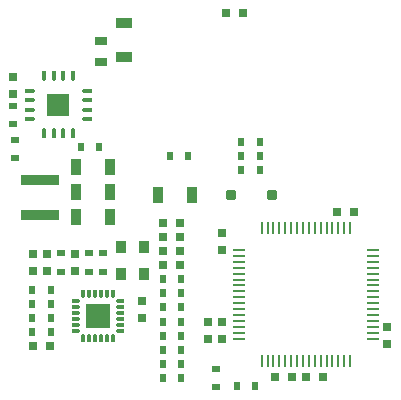
<source format=gbr>
G04 --- HEADER BEGIN --- *
G04 #@! TF.GenerationSoftware,LibrePCB,LibrePCB,1.0.1-unstable*
G04 #@! TF.CreationDate,2024-02-11T18:20:56*
G04 #@! TF.ProjectId,d0-reader,9220702f-a48e-4216-8865-87f6ea8ca353,v2*
G04 #@! TF.Part,Single*
G04 #@! TF.SameCoordinates*
G04 #@! TF.FileFunction,Paste,Bot*
G04 #@! TF.FilePolarity,Positive*
%FSLAX66Y66*%
%MOMM*%
G01*
G75*
G04 --- HEADER END --- *
G04 --- APERTURE LIST BEGIN --- *
%ADD10R,0.65X0.6*%
%ADD11R,0.69X0.64*%
%AMROUNDEDRECT12*20,1,0.8,-0.3,0.0,0.3,0.0,0.0*20,1,0.5,-0.45,0.0,0.45,0.0,0.0*1,1,0.3,-0.3,0.25*1,1,0.3,0.3,0.25*1,1,0.3,0.3,-0.25*1,1,0.3,-0.3,-0.25*%
%ADD12ROUNDEDRECT12*%
%ADD13R,0.64X0.69*%
%ADD14R,0.6X0.65*%
%ADD15R,0.84X1.39*%
%ADD16R,0.64X0.64*%
%AMOUTLINE17*4,1,10,-0.30093,-0.15767,-0.361821,-0.109111,-0.395612,-0.038941,-0.395612,0.038941,-0.361821,0.109111,-0.30093,0.15767,-0.225,0.175,0.4,0.175,0.4,-0.175,-0.225,-0.175,-0.30093,-0.15767,90.0*%
%ADD17OUTLINE17*%
%AMOUTLINE18*4,1,10,-0.30093,-0.15767,-0.361821,-0.109111,-0.395612,-0.038941,-0.395612,0.038941,-0.361821,0.109111,-0.30093,0.15767,-0.225,0.175,0.4,0.175,0.4,-0.175,-0.225,-0.175,-0.30093,-0.15767,0.0*%
%ADD18OUTLINE18*%
%AMOUTLINE19*4,1,10,-0.30093,-0.15767,-0.361821,-0.109111,-0.395612,-0.038941,-0.395612,0.038941,-0.361821,0.109111,-0.30093,0.15767,-0.225,0.175,0.4,0.175,0.4,-0.175,-0.225,-0.175,-0.30093,-0.15767,180.0*%
%ADD19OUTLINE19*%
%AMOUTLINE20*4,1,10,-0.30093,-0.15767,-0.361821,-0.109111,-0.395612,-0.038941,-0.395612,0.038941,-0.361821,0.109111,-0.30093,0.15767,-0.225,0.175,0.4,0.175,0.4,-0.175,-0.225,-0.175,-0.30093,-0.15767,270.0*%
%ADD20OUTLINE20*%
%ADD21R,1.832X1.832*%
%AMROUNDEDRECT22*20,1,0.16,-0.45,0.0,0.45,0.0,0.0*20,1,0.1,-0.48,0.0,0.48,0.0,0.0*1,1,0.06,-0.45,0.05*1,1,0.06,0.45,0.05*1,1,0.06,0.45,-0.05*1,1,0.06,-0.45,-0.05*%
%ADD22ROUNDEDRECT22*%
%AMROUNDEDRECT23*20,1,0.16,-0.45,0.0,0.45,0.0,90.0*20,1,0.1,-0.48,0.0,0.48,0.0,90.0*1,1,0.06,-0.05,-0.45*1,1,0.06,-0.05,0.45*1,1,0.06,0.05,0.45*1,1,0.06,0.05,-0.45*%
%ADD23ROUNDEDRECT23*%
%ADD24R,0.88X1.08*%
%ADD25R,1.06X0.76*%
%ADD26R,3.18X0.88*%
%AMOUTLINE27*4,1,9,-0.275,-0.121244,-0.326244,-0.07,-0.345,0.0,-0.326244,0.07,-0.275,0.121244,-0.205,0.14,0.345,0.14,0.345,-0.14,-0.205,-0.14,-0.275,-0.121244,0.0*%
%ADD27OUTLINE27*%
%AMOUTLINE28*4,1,9,-0.275,-0.121244,-0.326244,-0.07,-0.345,0.0,-0.326244,0.07,-0.275,0.121244,-0.205,0.14,0.345,0.14,0.345,-0.14,-0.205,-0.14,-0.275,-0.121244,90.0*%
%ADD28OUTLINE28*%
%AMOUTLINE29*4,1,9,-0.275,-0.121244,-0.326244,-0.07,-0.345,0.0,-0.326244,0.07,-0.275,0.121244,-0.205,0.14,0.345,0.14,0.345,-0.14,-0.205,-0.14,-0.275,-0.121244,270.0*%
%ADD29OUTLINE29*%
%AMOUTLINE30*4,1,9,-0.275,-0.121244,-0.326244,-0.07,-0.345,0.0,-0.326244,0.07,-0.275,0.121244,-0.205,0.14,0.345,0.14,0.345,-0.14,-0.205,-0.14,-0.275,-0.121244,180.0*%
%ADD30OUTLINE30*%
%ADD31R,2.0X2.0*%
%ADD32R,1.39X0.84*%
G04 --- APERTURE LIST END --- *
G04 --- BOARD BEGIN --- *
D10*
G04 #@! TO.C,R18*
X238125Y-14703125D03*
X238125Y-16253125D03*
D11*
G04 #@! TO.C,C11*
X-2767500Y-5953125D03*
X-4217500Y-5953125D03*
D10*
G04 #@! TO.C,R7*
X-12858750Y-4940000D03*
X-12858750Y-6490000D03*
D11*
G04 #@! TO.C,C9*
X-2767500Y-3571875D03*
X-4217500Y-3571875D03*
D12*
G04 #@! TO.C,T1*
X1550000Y0D03*
X4950000Y0D03*
D13*
G04 #@! TO.C,C23*
X-16906875Y8561875D03*
X-16906875Y10011875D03*
D14*
G04 #@! TO.C,R17*
X-2717500Y-15478125D03*
X-4267500Y-15478125D03*
G04 #@! TO.C,R19*
X2003125Y-16192500D03*
X3553125Y-16192500D03*
D11*
G04 #@! TO.C,C7*
X9297500Y-15398750D03*
X7847500Y-15398750D03*
G04 #@! TO.C,C13*
X-15250625Y-12779375D03*
X-13800625Y-12779375D03*
G04 #@! TO.C,C8*
X-2767500Y-2381250D03*
X-4217500Y-2381250D03*
D15*
G04 #@! TO.C,C21*
X-11585000Y238125D03*
X-8735000Y238125D03*
D14*
G04 #@! TO.C,R21*
X3950000Y4524375D03*
X2400000Y4524375D03*
G04 #@! TO.C,R10*
X-2717500Y-7143750D03*
X-4267500Y-7143750D03*
D16*
G04 #@! TO.C,L1*
X-15240000Y-4965000D03*
X-15240000Y-6465000D03*
D15*
G04 #@! TO.C,C20*
X-11585000Y2381250D03*
X-8735000Y2381250D03*
D17*
G04 #@! TO.C,U4*
X-11896875Y10035000D03*
D18*
X-10681875Y8820000D03*
D19*
X-15511875Y8020000D03*
X-15511875Y6420000D03*
D17*
X-13496875Y10035000D03*
D20*
X-12696875Y5205000D03*
D18*
X-10681875Y8020000D03*
X-10681875Y6420000D03*
D20*
X-14296875Y5205000D03*
D19*
X-15511875Y8820000D03*
X-15511875Y7220000D03*
D20*
X-13496875Y5205000D03*
D17*
X-14296875Y10035000D03*
D20*
X-11896875Y5205000D03*
D17*
X-12696875Y10035000D03*
D18*
X-10681875Y7220000D03*
D21*
X-13096875Y7620000D03*
D14*
G04 #@! TO.C,R22*
X-11173125Y4048125D03*
X-9623125Y4048125D03*
D11*
G04 #@! TO.C,C2*
X6678125Y-15398750D03*
X5228125Y-15398750D03*
D22*
G04 #@! TO.C,U3*
X2208125Y-7163750D03*
D23*
X8608125Y-14063750D03*
D22*
X13508125Y-6663750D03*
X13508125Y-8663750D03*
X2208125Y-8663750D03*
X2208125Y-11663750D03*
D23*
X7608125Y-2763750D03*
X9608125Y-2763750D03*
X4108125Y-2763750D03*
X9608125Y-14063750D03*
D22*
X13508125Y-11163750D03*
X2208125Y-5663750D03*
X13508125Y-12163750D03*
X13508125Y-10663750D03*
D23*
X4108125Y-14063750D03*
D22*
X2208125Y-5163750D03*
X2208125Y-6663750D03*
D23*
X6608125Y-14063750D03*
D22*
X13508125Y-9663750D03*
X2208125Y-9163750D03*
X13508125Y-9163750D03*
X2208125Y-10163750D03*
X13508125Y-4663750D03*
D23*
X9108125Y-14063750D03*
X11108125Y-2763750D03*
X6108125Y-14063750D03*
X8108125Y-2763750D03*
D22*
X2208125Y-8163750D03*
D23*
X10608125Y-14063750D03*
D22*
X2208125Y-4663750D03*
D23*
X7108125Y-2763750D03*
D22*
X13508125Y-5663750D03*
X2208125Y-12163750D03*
D23*
X4608125Y-14063750D03*
X7608125Y-14063750D03*
X9108125Y-2763750D03*
X6108125Y-2763750D03*
D22*
X13508125Y-6163750D03*
D23*
X8608125Y-2763750D03*
D22*
X13508125Y-5163750D03*
X2208125Y-6163750D03*
X2208125Y-7663750D03*
D23*
X11108125Y-14063750D03*
X11608125Y-14063750D03*
X10108125Y-2763750D03*
X5108125Y-2763750D03*
X4608125Y-2763750D03*
X5108125Y-14063750D03*
X10108125Y-14063750D03*
D22*
X13508125Y-10163750D03*
D23*
X5608125Y-14063750D03*
X7108125Y-14063750D03*
D22*
X13508125Y-11663750D03*
D23*
X6608125Y-2763750D03*
D22*
X13508125Y-8163750D03*
D23*
X10608125Y-2763750D03*
D22*
X2208125Y-11163750D03*
X2208125Y-10663750D03*
X13508125Y-7163750D03*
X13508125Y-7663750D03*
X2208125Y-9663750D03*
D23*
X11608125Y-2763750D03*
X8108125Y-14063750D03*
X5608125Y-2763750D03*
D24*
G04 #@! TO.C,Y1*
X-5876250Y-6706250D03*
X-7776250Y-6706250D03*
X-7776250Y-4406250D03*
X-5876250Y-4406250D03*
D13*
G04 #@! TO.C,C6*
X793750Y-12234375D03*
X793750Y-10784375D03*
D14*
G04 #@! TO.C,R11*
X-4267500Y-8334375D03*
X-2717500Y-8334375D03*
D13*
G04 #@! TO.C,C14*
X-11668125Y-4990000D03*
X-11668125Y-6440000D03*
D14*
G04 #@! TO.C,R1*
X3950000Y3333750D03*
X2400000Y3333750D03*
G04 #@! TO.C,R2*
X3950000Y2143125D03*
X2400000Y2143125D03*
D25*
G04 #@! TO.C,C19*
X-9525000Y13019375D03*
X-9525000Y11269375D03*
D14*
G04 #@! TO.C,R20*
X-3632500Y3333750D03*
X-2082500Y3333750D03*
D13*
G04 #@! TO.C,C1*
X-396875Y-12234375D03*
X-396875Y-10784375D03*
D14*
G04 #@! TO.C,R16*
X-2717500Y-14287500D03*
X-4267500Y-14287500D03*
D26*
G04 #@! TO.C,L2*
X-14684375Y-1738125D03*
X-14684375Y1261875D03*
D14*
G04 #@! TO.C,R14*
X-4267500Y-11906250D03*
X-2717500Y-11906250D03*
D10*
G04 #@! TO.C,R23*
X-16748125Y3114375D03*
X-16748125Y4664375D03*
D15*
G04 #@! TO.C,C22*
X-11585000Y-1905000D03*
X-8735000Y-1905000D03*
G04 #@! TO.C,LED1*
X-1825000Y0D03*
X-4675000Y0D03*
D10*
G04 #@! TO.C,R8*
X-10477500Y-6490000D03*
X-10477500Y-4940000D03*
D11*
G04 #@! TO.C,C10*
X-2767500Y-4762500D03*
X-4217500Y-4762500D03*
G04 #@! TO.C,C4*
X10466875Y-1428750D03*
X11916875Y-1428750D03*
D13*
G04 #@! TO.C,C3*
X14763750Y-11181250D03*
X14763750Y-12631250D03*
D27*
G04 #@! TO.C,U1*
X-7880625Y-11489375D03*
D28*
X-10513125Y-8356875D03*
X-8513125Y-8356875D03*
D29*
X-10513125Y-12122375D03*
X-8513125Y-12122375D03*
D30*
X-11646125Y-11489375D03*
X-11646125Y-9989375D03*
D28*
X-9013125Y-8356875D03*
D30*
X-11646125Y-8989375D03*
D29*
X-11013125Y-12122375D03*
X-10013125Y-12122375D03*
D27*
X-7880625Y-9989375D03*
X-7880625Y-8989375D03*
D30*
X-11646125Y-10989375D03*
D29*
X-9513125Y-12122375D03*
D28*
X-11013125Y-8356875D03*
D30*
X-11646125Y-10489375D03*
D28*
X-9513125Y-8356875D03*
X-10013125Y-8356875D03*
D29*
X-9013125Y-12122375D03*
D30*
X-11646125Y-9489375D03*
D31*
X-9763125Y-10239375D03*
D27*
X-7880625Y-10489375D03*
X-7880625Y-9489375D03*
X-7880625Y-10989375D03*
D14*
G04 #@! TO.C,R3*
X-15300625Y-11588750D03*
X-13750625Y-11588750D03*
G04 #@! TO.C,R13*
X-2717500Y-10715625D03*
X-4267500Y-10715625D03*
G04 #@! TO.C,R12*
X-4267500Y-9525000D03*
X-2717500Y-9525000D03*
D13*
G04 #@! TO.C,C5*
X793750Y-4693750D03*
X793750Y-3243750D03*
G04 #@! TO.C,C15*
X-14049375Y-4990000D03*
X-14049375Y-6440000D03*
D10*
G04 #@! TO.C,R9*
X-9286875Y-4940000D03*
X-9286875Y-6490000D03*
D14*
G04 #@! TO.C,R5*
X-15300625Y-9207500D03*
X-13750625Y-9207500D03*
D13*
G04 #@! TO.C,C12*
X-6032500Y-8958750D03*
X-6032500Y-10408750D03*
D14*
G04 #@! TO.C,R6*
X-15300625Y-8016875D03*
X-13750625Y-8016875D03*
D10*
G04 #@! TO.C,R24*
X-16906875Y5971875D03*
X-16906875Y7521875D03*
D32*
G04 #@! TO.C,C18*
X-7540625Y11671875D03*
X-7540625Y14521875D03*
D14*
G04 #@! TO.C,R15*
X-4267500Y-13096875D03*
X-2717500Y-13096875D03*
G04 #@! TO.C,R4*
X-15300625Y-10398125D03*
X-13750625Y-10398125D03*
D11*
G04 #@! TO.C,C16*
X2550625Y15398750D03*
X1100625Y15398750D03*
G04 --- BOARD END --- *
G04 #@! TF.MD5,0e87c000a5c38e39bc91d8cec84a6088*
M02*

</source>
